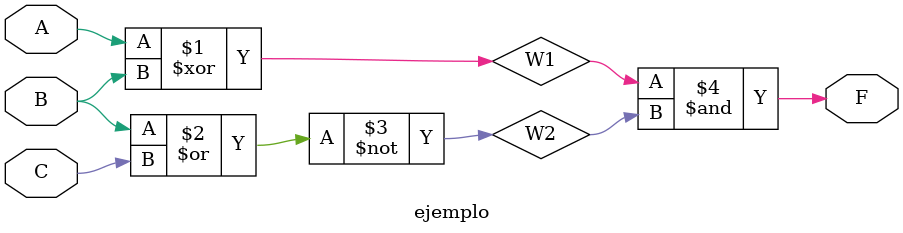
<source format=v>
module ejemplo
(//entradas y salidas
 input A,B,C,
 output F
);
//declaracion de variables
wire W1,W2;

//descripcion del circuito
assign W1=A^B;
assign W2=~(B|C);

assign F= W1&W2;

endmodule

</source>
